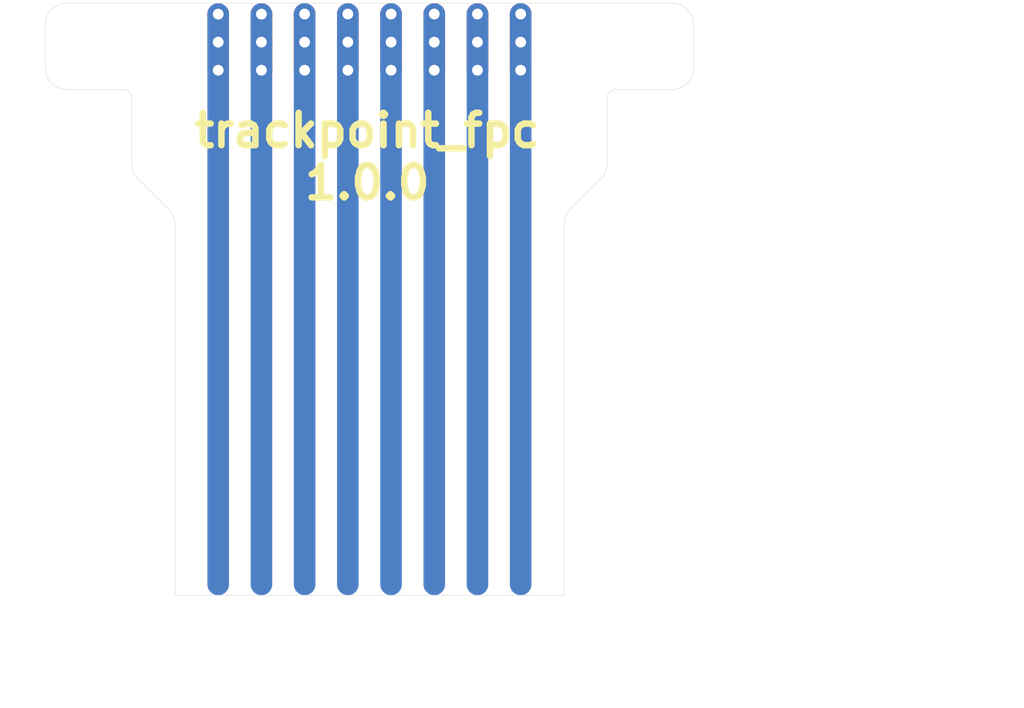
<source format=kicad_pcb>
(kicad_pcb (version 20171130) (host pcbnew 5.1.4-e60b266~84~ubuntu18.04.1)

  (general
    (thickness 1.6)
    (drawings 60)
    (tracks 40)
    (zones 0)
    (modules 2)
    (nets 1)
  )

  (page A3)
  (title_block
    (title "UHK Trackpoint FPC")
    (rev 1.0.0)
    (company "Ultimate Gadget Laboratories Kft.")
  )

  (layers
    (0 F.Cu signal)
    (31 B.Cu signal)
    (32 B.Adhes user)
    (33 F.Adhes user)
    (34 B.Paste user)
    (35 F.Paste user)
    (36 B.SilkS user)
    (37 F.SilkS user)
    (38 B.Mask user)
    (39 F.Mask user)
    (40 Dwgs.User user)
    (41 Cmts.User user)
    (42 Eco1.User user)
    (43 Eco2.User user)
    (44 Edge.Cuts user)
    (45 Margin user)
    (46 B.CrtYd user)
    (47 F.CrtYd user)
  )

  (setup
    (last_trace_width 0.5)
    (trace_clearance 0)
    (zone_clearance 0.508)
    (zone_45_only no)
    (trace_min 0.254)
    (via_size 0.5)
    (via_drill 0.25)
    (via_min_size 0.25)
    (via_min_drill 0.25)
    (uvia_size 0.508)
    (uvia_drill 0.127)
    (uvias_allowed no)
    (uvia_min_size 0.508)
    (uvia_min_drill 0.127)
    (edge_width 0.1)
    (segment_width 0.2)
    (pcb_text_width 0.3)
    (pcb_text_size 1.5 1.5)
    (mod_edge_width 0.15)
    (mod_text_size 1 1)
    (mod_text_width 0.15)
    (pad_size 1.5 1.5)
    (pad_drill 0.6)
    (pad_to_mask_clearance 0)
    (aux_axis_origin 0 0)
    (visible_elements FFFFE77F)
    (pcbplotparams
      (layerselection 0x00030_ffffffff)
      (usegerberextensions true)
      (usegerberattributes false)
      (usegerberadvancedattributes false)
      (creategerberjobfile false)
      (excludeedgelayer true)
      (linewidth 0.150000)
      (plotframeref false)
      (viasonmask false)
      (mode 1)
      (useauxorigin false)
      (hpglpennumber 1)
      (hpglpenspeed 20)
      (hpglpendiameter 15.000000)
      (psnegative false)
      (psa4output false)
      (plotreference true)
      (plotvalue true)
      (plotinvisibletext false)
      (padsonsilk false)
      (subtractmaskfromsilk false)
      (outputformat 1)
      (mirror false)
      (drillshape 1)
      (scaleselection 1)
      (outputdirectory ""))
  )

  (net 0 "")

  (net_class Default "This is the default net class."
    (clearance 0)
    (trace_width 0.5)
    (via_dia 0.5)
    (via_drill 0.25)
    (uvia_dia 0.508)
    (uvia_drill 0.127)
    (diff_pair_width 0.5)
    (diff_pair_gap 0.25)
  )

  (module UGL:hole_1.2000000476837158mm locked (layer F.Cu) (tedit 5874311E) (tstamp 5295D75B)
    (at 219.5 135.647263)
    (attr virtual)
    (fp_text reference "" (at 0 0) (layer F.SilkS)
      (effects (font (size 1.27 1.27) (thickness 0.15)))
    )
    (fp_text value "" (at 0 0) (layer F.SilkS)
      (effects (font (size 1.27 1.27) (thickness 0.15)))
    )
    (pad "" np_thru_hole circle (at 0 0) (size 1.2 1.2) (drill 1.2) (layers *.Cu *.Mask)
      (clearance 0.00001))
  )

  (module UGL:hole_1.2000000476837158mm locked (layer F.Cu) (tedit 5874311E) (tstamp 5295D75B)
    (at 206.5 135.647263)
    (attr virtual)
    (fp_text reference "" (at 0 0) (layer F.SilkS)
      (effects (font (size 1.27 1.27) (thickness 0.15)))
    )
    (fp_text value "" (at 0 0) (layer F.SilkS)
      (effects (font (size 1.27 1.27) (thickness 0.15)))
    )
    (pad "" np_thru_hole circle (at 0 0) (size 1.2 1.2) (drill 1.2) (layers *.Cu *.Mask)
      (clearance 0.00001))
  )

  (gr_text "trackpoint_fpc\n1.0.0" (at 212.95 138.2) (layer F.SilkS)
    (effects (font (size 0.75 0.75) (thickness 0.15)))
  )
  (gr_text "Stiffener TOP" (at 223.05 145.85) (layer Dwgs.User)
    (effects (font (size 1 1) (thickness 0.15)))
  )
  (gr_text "5.00 mm" (at 223.05 138.25 90) (layer Dwgs.User)
    (effects (font (size 1 1) (thickness 0.15)))
  )
  (gr_line (start 223.95 142.55) (end 224.05 142.55) (layer Dwgs.User) (width 0.15))
  (gr_line (start 223.85 142.45) (end 224.15 142.45) (layer Dwgs.User) (width 0.15))
  (gr_line (start 223.9 149.05) (end 224.1 149.05) (layer Dwgs.User) (width 0.15))
  (gr_line (start 223.85 149.15) (end 224.1 149.15) (layer Dwgs.User) (width 0.15))
  (gr_line (start 224.2 149.25) (end 223.8 149.25) (layer Dwgs.User) (width 0.15))
  (gr_line (start 224 148.35) (end 224.2 149.25) (layer Dwgs.User) (width 0.15))
  (gr_line (start 224 148.35) (end 223.8 149.25) (layer Dwgs.User) (width 0.15))
  (gr_line (start 224 148.35) (end 224 150.9) (layer Dwgs.User) (width 0.15))
  (gr_line (start 224.2 142.3) (end 223.8 142.3) (layer Dwgs.User) (width 0.15))
  (gr_line (start 224 143.35) (end 224.2 142.3) (layer Dwgs.User) (width 0.15))
  (gr_line (start 224 143.35) (end 223.8 142.3) (layer Dwgs.User) (width 0.15))
  (gr_line (start 224 143.35) (end 224 134.65) (layer Dwgs.User) (width 0.15) (tstamp 5D8BBD1C))
  (gr_line (start 217.5 148.35) (end 225 148.35) (layer Dwgs.User) (width 0.15))
  (gr_line (start 217.5 143.35) (end 225 143.35) (layer Dwgs.User) (width 0.15))
  (gr_line (start 208.5 145.85) (end 217.5 145.85) (layer B.Mask) (width 5))
  (gr_line (start 205.95 136.15) (end 220.05 136.15) (layer B.Mask) (width 3))
  (gr_line (start 205.95 135.65) (end 220.05 135.65) (layer F.Mask) (width 2) (tstamp 5D8B9370))
  (gr_line (start 208.5 139.777107) (end 208.5 148.352743) (angle 90) (layer Edge.Cuts) (width 0.01))
  (gr_line (start 217.5 148.352743) (end 217.5 139.777107) (angle 90) (layer Edge.Cuts) (width 0.01))
  (gr_line (start 207.5 136.847257) (end 207.5 138.362893) (angle 90) (layer Edge.Cuts) (width 0.01))
  (gr_line (start 218.5 136.847257) (end 218.5 138.362893) (angle 90) (layer Edge.Cuts) (width 0.01))
  (gr_line (start 220 134.647257) (end 206 134.647257) (angle 90) (layer Edge.Cuts) (width 0.01))
  (gr_line (start 217.5 148.352743) (end 208.5 148.352743) (angle 90) (layer Edge.Cuts) (width 0.01))
  (gr_arc (start 208.000005 139.777096) (end 208.5 139.777107) (angle -45.0562246) (layer Edge.Cuts) (width 0.01))
  (gr_arc (start 207.999995 138.362903) (end 207.5 138.362893) (angle -45.05269373) (layer Edge.Cuts) (width 0.01))
  (gr_arc (start 217.999995 139.777096) (end 217.646447 139.423553) (angle -44.96338237) (layer Edge.Cuts) (width 0.01))
  (gr_arc (start 218.000005 138.362903) (end 218.353553 138.716447) (angle -44.96638194) (layer Edge.Cuts) (width 0.01))
  (gr_arc (start 220.000008 136.147271) (end 220 136.647257) (angle -90.00303091) (layer Edge.Cuts) (width 0.01))
  (gr_arc (start 220.000008 135.147255) (end 220.5 135.147257) (angle -89.99845171) (layer Edge.Cuts) (width 0.01))
  (gr_arc (start 205.999992 135.147255) (end 206 134.647257) (angle -90.00950545) (layer Edge.Cuts) (width 0.01))
  (gr_arc (start 205.999992 136.147271) (end 205.5 136.147257) (angle -90.01408384) (layer Edge.Cuts) (width 0.01))
  (gr_line (start 208.353553 139.423553) (end 207.646447 138.716447) (angle 90) (layer Edge.Cuts) (width 0.01))
  (gr_line (start 218.353553 138.716447) (end 217.646447 139.423553) (angle 90) (layer Edge.Cuts) (width 0.01))
  (gr_line (start 218.7 136.647257) (end 220 136.647257) (angle 90) (layer Edge.Cuts) (width 0.01))
  (gr_line (start 220.5 136.147257) (end 220.5 135.147257) (angle 90) (layer Edge.Cuts) (width 0.01))
  (gr_line (start 205.5 135.147257) (end 205.5 136.147257) (angle 90) (layer Edge.Cuts) (width 0.01))
  (gr_line (start 206 136.647257) (end 207.3 136.647257) (angle 90) (layer Edge.Cuts) (width 0.01))
  (gr_line (start 217.5 143.352743) (end 208.5 143.352743) (angle 90) (layer Cmts.User) (width 0.01))
  (gr_line (start 216.7 136.447257) (end 216.7 134.647257) (angle 90) (layer Cmts.User) (width 0.01))
  (gr_line (start 216.3 134.647257) (end 216.3 136.447257) (angle 90) (layer Cmts.User) (width 0.01))
  (gr_line (start 214.3 134.647257) (end 214.3 136.447257) (angle 90) (layer Cmts.User) (width 0.01))
  (gr_line (start 214.7 136.447257) (end 214.7 134.647257) (angle 90) (layer Cmts.User) (width 0.01))
  (gr_line (start 212.3 134.647257) (end 212.3 136.447257) (angle 90) (layer Cmts.User) (width 0.01))
  (gr_line (start 212.7 136.447257) (end 212.7 134.647257) (angle 90) (layer Cmts.User) (width 0.01))
  (gr_line (start 210.3 134.647257) (end 210.3 136.447257) (angle 90) (layer Cmts.User) (width 0.01))
  (gr_line (start 210.7 136.447257) (end 210.7 134.647257) (angle 90) (layer Cmts.User) (width 0.01))
  (gr_line (start 209.3 134.647257) (end 209.3 136.447257) (angle 90) (layer Cmts.User) (width 0.01))
  (gr_line (start 209.7 136.447257) (end 209.7 134.647257) (angle 90) (layer Cmts.User) (width 0.01))
  (gr_line (start 211.3 134.647257) (end 211.3 136.447257) (angle 90) (layer Cmts.User) (width 0.01))
  (gr_line (start 211.7 136.447257) (end 211.7 134.647257) (angle 90) (layer Cmts.User) (width 0.01))
  (gr_line (start 213.3 134.647257) (end 213.3 136.447257) (angle 90) (layer Cmts.User) (width 0.01))
  (gr_line (start 213.7 136.447257) (end 213.7 134.647257) (angle 90) (layer Cmts.User) (width 0.01))
  (gr_line (start 215.3 134.647257) (end 215.3 136.447257) (angle 90) (layer Cmts.User) (width 0.01))
  (gr_line (start 215.7 136.447257) (end 215.7 134.647257) (angle 90) (layer Cmts.User) (width 0.01))
  (gr_line (start 205.6 136.447257) (end 220.353553 136.447257) (angle 90) (layer Cmts.User) (width 0.01))
  (gr_arc (start 207.3 136.847262) (end 207.5 136.847257) (angle -89.98075418) (layer Edge.Cuts) (width 0.01))
  (gr_arc (start 218.7 136.847262) (end 218.7 136.647257) (angle -90.00839267) (layer Edge.Cuts) (width 0.01))

  (segment (start 210.5 134.9) (end 210.5 148.1) (width 0.5) (layer B.Cu) (net 0) (tstamp 5D8BB443))
  (segment (start 211.5 134.9) (end 211.5 148.1) (width 0.5) (layer B.Cu) (net 0) (tstamp 5D8BB447))
  (segment (start 212.5 134.9) (end 212.5 148.1) (width 0.5) (layer B.Cu) (net 0) (tstamp 5D8BB44B))
  (segment (start 213.5 134.9) (end 213.5 148.1) (width 0.5) (layer B.Cu) (net 0) (tstamp 5D8BB44E))
  (segment (start 214.5 134.9) (end 214.5 148.1) (width 0.5) (layer B.Cu) (net 0) (tstamp 5D8BB450))
  (segment (start 215.5 134.9) (end 215.5 148.1) (width 0.5) (layer B.Cu) (net 0) (tstamp 5D8BB452))
  (segment (start 216.5 134.9) (end 216.5 148.1) (width 0.5) (layer B.Cu) (net 0) (tstamp 5D8BB454))
  (segment (start 209.5 134.9) (end 209.5 148.1) (width 0.5) (layer B.Cu) (net 0) (tstamp 5D8BB839))
  (via (at 209.5 134.902257) (size 0.5) (drill 0.25) (layers F.Cu B.Cu) (net 0))
  (via (at 209.5 136.2) (size 0.5) (drill 0.25) (layers F.Cu B.Cu) (net 0) (tstamp 5D8BB8CE))
  (via (at 209.5 135.55) (size 0.5) (drill 0.25) (layers F.Cu B.Cu) (net 0) (tstamp 5D8BB8D2))
  (via (at 210.5 134.902257) (size 0.5) (drill 0.25) (layers F.Cu B.Cu) (net 0) (tstamp 5D8BB947))
  (via (at 211.5 134.9) (size 0.5) (drill 0.25) (layers F.Cu B.Cu) (net 0) (tstamp 5D8BB94A))
  (via (at 212.5 134.9) (size 0.5) (drill 0.25) (layers F.Cu B.Cu) (net 0) (tstamp 5D8BB94C))
  (via (at 213.5 134.9) (size 0.5) (drill 0.25) (layers F.Cu B.Cu) (net 0) (tstamp 5D8BB94E))
  (via (at 214.5 134.9) (size 0.5) (drill 0.25) (layers F.Cu B.Cu) (net 0) (tstamp 5D8BB950))
  (via (at 215.5 134.9) (size 0.5) (drill 0.25) (layers F.Cu B.Cu) (net 0) (tstamp 5D8BB952))
  (via (at 216.5 134.9) (size 0.5) (drill 0.25) (layers F.Cu B.Cu) (net 0) (tstamp 5D8BB954))
  (via (at 210.5 136.2) (size 0.5) (drill 0.25) (layers F.Cu B.Cu) (net 0) (tstamp 5D8BB958))
  (via (at 211.5 136.2) (size 0.5) (drill 0.25) (layers F.Cu B.Cu) (net 0) (tstamp 5D8BB95A))
  (via (at 212.5 136.2) (size 0.5) (drill 0.25) (layers F.Cu B.Cu) (net 0) (tstamp 5D8BB95C))
  (via (at 213.5 136.2) (size 0.5) (drill 0.25) (layers F.Cu B.Cu) (net 0) (tstamp 5D8BB95E))
  (via (at 214.5 136.2) (size 0.5) (drill 0.25) (layers F.Cu B.Cu) (net 0) (tstamp 5D8BB960))
  (via (at 215.5 136.2) (size 0.5) (drill 0.25) (layers F.Cu B.Cu) (net 0) (tstamp 5D8BB962))
  (via (at 216.5 136.2) (size 0.5) (drill 0.25) (layers F.Cu B.Cu) (net 0) (tstamp 5D8BB964))
  (via (at 210.5 135.55) (size 0.5) (drill 0.25) (layers F.Cu B.Cu) (net 0) (tstamp 5D8BB967))
  (via (at 211.5 135.55) (size 0.5) (drill 0.25) (layers F.Cu B.Cu) (net 0) (tstamp 5D8BB969))
  (via (at 212.5 135.55) (size 0.5) (drill 0.25) (layers F.Cu B.Cu) (net 0) (tstamp 5D8BB96B))
  (via (at 213.5 135.55) (size 0.5) (drill 0.25) (layers F.Cu B.Cu) (net 0) (tstamp 5D8BB96D))
  (via (at 214.5 135.55) (size 0.5) (drill 0.25) (layers F.Cu B.Cu) (net 0) (tstamp 5D8BB96F))
  (via (at 215.5 135.55) (size 0.5) (drill 0.25) (layers F.Cu B.Cu) (net 0) (tstamp 5D8BB971))
  (via (at 216.5 135.55) (size 0.5) (drill 0.25) (layers F.Cu B.Cu) (net 0) (tstamp 5D8BB973))
  (segment (start 209.5 134.902257) (end 209.5 136.2) (width 0.5) (layer F.Cu) (net 0))
  (segment (start 210.5 134.902257) (end 210.5 136.2) (width 0.5) (layer F.Cu) (net 0))
  (segment (start 211.5 136.2) (end 211.5 134.902267) (width 0.5) (layer F.Cu) (net 0))
  (segment (start 212.5 136.2) (end 212.5 134.902267) (width 0.5) (layer F.Cu) (net 0))
  (segment (start 213.5 136.2) (end 213.5 134.902267) (width 0.5) (layer F.Cu) (net 0))
  (segment (start 214.5 136.2) (end 214.5 134.902267) (width 0.5) (layer F.Cu) (net 0))
  (segment (start 215.5 136.2) (end 215.5 134.902267) (width 0.5) (layer F.Cu) (net 0))
  (segment (start 216.5 136.2) (end 216.5 134.902267) (width 0.5) (layer F.Cu) (net 0))

)

</source>
